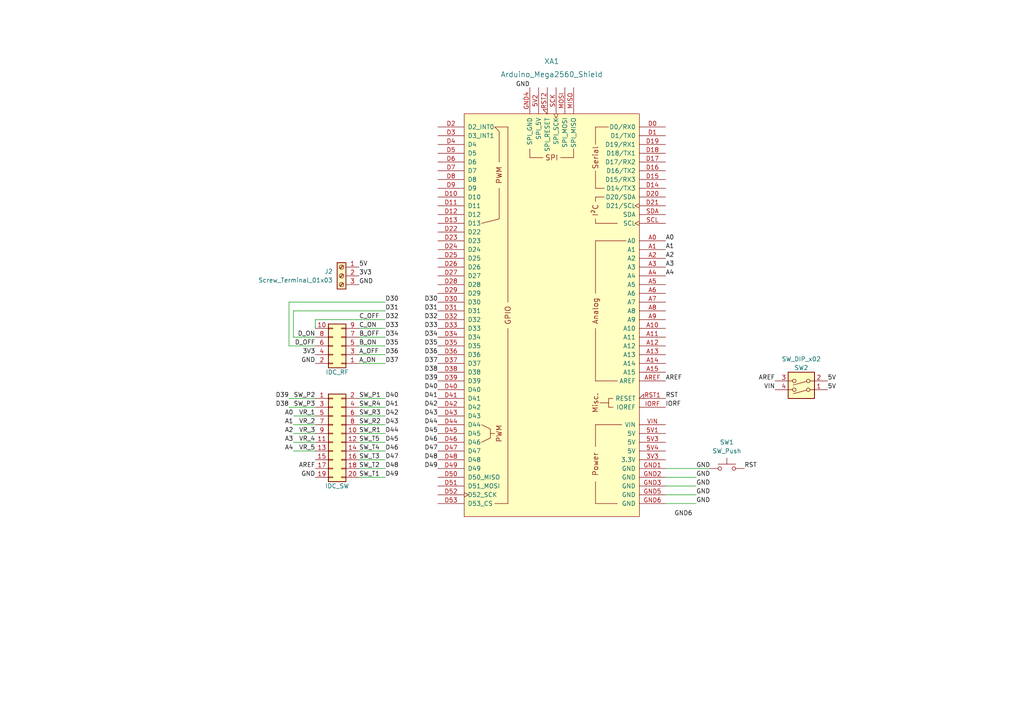
<source format=kicad_sch>
(kicad_sch (version 20230121) (generator eeschema)
  (paper "A4")
  (lib_symbols
    (symbol "Connector:Screw_Terminal_01x03" (pin_names (offset 1.016) hide)
      (property "Reference" "J" (at 0 5.08 0))
      (property "Value" "Screw_Terminal_01x03" (at 0 -5.08 0))
      (symbol "Screw_Terminal_01x03_1_1"
        (rectangle (start -1.27 3.81) (end 1.27 -3.81) (stroke (width 0.254)) (fill (type background)))
        (circle (center 0 -2.54) (radius 0.635) (stroke (width 0.1524)))
        (polyline (pts (xy -0.5334 -2.2098) (xy 0.3302 -3.048)) (stroke (width 0.1524)))
        (polyline (pts (xy -0.5334 0.3302) (xy 0.3302 -0.508)) (stroke (width 0.1524)))
        (polyline (pts (xy -0.5334 2.8702) (xy 0.3302 2.032)) (stroke (width 0.1524)))
        (polyline (pts (xy -0.3556 -2.032) (xy 0.508 -2.8702)) (stroke (width 0.1524)))
        (polyline (pts (xy -0.3556 0.508) (xy 0.508 -0.3302)) (stroke (width 0.1524)))
        (polyline (pts (xy -0.3556 3.048) (xy 0.508 2.2098)) (stroke (width 0.1524)))
        (circle (center 0 0) (radius 0.635) (stroke (width 0.1524)))
        (circle (center 0 2.54) (radius 0.635) (stroke (width 0.1524)))
        (pin passive line (at -5.08 2.54 0) (length 3.81) (name "Pin_1") (number "1"))
        (pin passive line (at -5.08 0 0) (length 3.81) (name "Pin_2") (number "2"))
        (pin passive line (at -5.08 -2.54 0) (length 3.81) (name "Pin_3") (number "3"))
      )
    )
    (symbol "Connector_Generic:Conn_02x05_Odd_Even" (pin_names (offset 1.016) hide)
      (property "Reference" "J" (at 1.27 7.62 0))
      (property "Value" "Conn_02x05_Odd_Even" (at 1.27 -7.62 0))
      (symbol "Conn_02x05_Odd_Even_1_1"
        (rectangle (start -1.27 -4.953) (end 0 -5.207) (stroke (width 0.1524)))
        (rectangle (start -1.27 -2.413) (end 0 -2.667) (stroke (width 0.1524)))
        (rectangle (start -1.27 0.127) (end 0 -0.127) (stroke (width 0.1524)))
        (rectangle (start -1.27 2.667) (end 0 2.413) (stroke (width 0.1524)))
        (rectangle (start -1.27 5.207) (end 0 4.953) (stroke (width 0.1524)))
        (rectangle (start -1.27 6.35) (end 3.81 -6.35) (stroke (width 0.254)) (fill (type background)))
        (rectangle (start 3.81 -4.953) (end 2.54 -5.207) (stroke (width 0.1524)))
        (rectangle (start 3.81 -2.413) (end 2.54 -2.667) (stroke (width 0.1524)))
        (rectangle (start 3.81 0.127) (end 2.54 -0.127) (stroke (width 0.1524)))
        (rectangle (start 3.81 2.667) (end 2.54 2.413) (stroke (width 0.1524)))
        (rectangle (start 3.81 5.207) (end 2.54 4.953) (stroke (width 0.1524)))
        (pin passive line (at -5.08 5.08 0) (length 3.81) (name "Pin_1") (number "1"))
        (pin passive line (at 7.62 -5.08 180) (length 3.81) (name "Pin_10") (number "10"))
        (pin passive line (at 7.62 5.08 180) (length 3.81) (name "Pin_2") (number "2"))
        (pin passive line (at -5.08 2.54 0) (length 3.81) (name "Pin_3") (number "3"))
        (pin passive line (at 7.62 2.54 180) (length 3.81) (name "Pin_4") (number "4"))
        (pin passive line (at -5.08 0 0) (length 3.81) (name "Pin_5") (number "5"))
        (pin passive line (at 7.62 0 180) (length 3.81) (name "Pin_6") (number "6"))
        (pin passive line (at -5.08 -2.54 0) (length 3.81) (name "Pin_7") (number "7"))
        (pin passive line (at 7.62 -2.54 180) (length 3.81) (name "Pin_8") (number "8"))
        (pin passive line (at -5.08 -5.08 0) (length 3.81) (name "Pin_9") (number "9"))
      )
    )
    (symbol "Connector_Generic:Conn_02x10_Odd_Even" (pin_names (offset 1.016) hide)
      (property "Reference" "J" (at 1.27 12.7 0))
      (property "Value" "Conn_02x10_Odd_Even" (at 1.27 -15.24 0))
      (symbol "Conn_02x10_Odd_Even_1_1"
        (rectangle (start -1.27 -12.573) (end 0 -12.827) (stroke (width 0.1524)))
        (rectangle (start -1.27 -10.033) (end 0 -10.287) (stroke (width 0.1524)))
        (rectangle (start -1.27 -7.493) (end 0 -7.747) (stroke (width 0.1524)))
        (rectangle (start -1.27 -4.953) (end 0 -5.207) (stroke (width 0.1524)))
        (rectangle (start -1.27 -2.413) (end 0 -2.667) (stroke (width 0.1524)))
        (rectangle (start -1.27 0.127) (end 0 -0.127) (stroke (width 0.1524)))
        (rectangle (start -1.27 2.667) (end 0 2.413) (stroke (width 0.1524)))
        (rectangle (start -1.27 5.207) (end 0 4.953) (stroke (width 0.1524)))
        (rectangle (start -1.27 7.747) (end 0 7.493) (stroke (width 0.1524)))
        (rectangle (start -1.27 10.287) (end 0 10.033) (stroke (width 0.1524)))
        (rectangle (start -1.27 11.43) (end 3.81 -13.97) (stroke (width 0.254)) (fill (type background)))
        (rectangle (start 3.81 -12.573) (end 2.54 -12.827) (stroke (width 0.1524)))
        (rectangle (start 3.81 -10.033) (end 2.54 -10.287) (stroke (width 0.1524)))
        (rectangle (start 3.81 -7.493) (end 2.54 -7.747) (stroke (width 0.1524)))
        (rectangle (start 3.81 -4.953) (end 2.54 -5.207) (stroke (width 0.1524)))
        (rectangle (start 3.81 -2.413) (end 2.54 -2.667) (stroke (width 0.1524)))
        (rectangle (start 3.81 0.127) (end 2.54 -0.127) (stroke (width 0.1524)))
        (rectangle (start 3.81 2.667) (end 2.54 2.413) (stroke (width 0.1524)))
        (rectangle (start 3.81 5.207) (end 2.54 4.953) (stroke (width 0.1524)))
        (rectangle (start 3.81 7.747) (end 2.54 7.493) (stroke (width 0.1524)))
        (rectangle (start 3.81 10.287) (end 2.54 10.033) (stroke (width 0.1524)))
        (pin passive line (at -5.08 10.16 0) (length 3.81) (name "Pin_1") (number "1"))
        (pin passive line (at 7.62 0 180) (length 3.81) (name "Pin_10") (number "10"))
        (pin passive line (at -5.08 -2.54 0) (length 3.81) (name "Pin_11") (number "11"))
        (pin passive line (at 7.62 -2.54 180) (length 3.81) (name "Pin_12") (number "12"))
        (pin passive line (at -5.08 -5.08 0) (length 3.81) (name "Pin_13") (number "13"))
        (pin passive line (at 7.62 -5.08 180) (length 3.81) (name "Pin_14") (number "14"))
        (pin passive line (at -5.08 -7.62 0) (length 3.81) (name "Pin_15") (number "15"))
        (pin passive line (at 7.62 -7.62 180) (length 3.81) (name "Pin_16") (number "16"))
        (pin passive line (at -5.08 -10.16 0) (length 3.81) (name "Pin_17") (number "17"))
        (pin passive line (at 7.62 -10.16 180) (length 3.81) (name "Pin_18") (number "18"))
        (pin passive line (at -5.08 -12.7 0) (length 3.81) (name "Pin_19") (number "19"))
        (pin passive line (at 7.62 10.16 180) (length 3.81) (name "Pin_2") (number "2"))
        (pin passive line (at 7.62 -12.7 180) (length 3.81) (name "Pin_20") (number "20"))
        (pin passive line (at -5.08 7.62 0) (length 3.81) (name "Pin_3") (number "3"))
        (pin passive line (at 7.62 7.62 180) (length 3.81) (name "Pin_4") (number "4"))
        (pin passive line (at -5.08 5.08 0) (length 3.81) (name "Pin_5") (number "5"))
        (pin passive line (at 7.62 5.08 180) (length 3.81) (name "Pin_6") (number "6"))
        (pin passive line (at -5.08 2.54 0) (length 3.81) (name "Pin_7") (number "7"))
        (pin passive line (at 7.62 2.54 180) (length 3.81) (name "Pin_8") (number "8"))
        (pin passive line (at -5.08 0 0) (length 3.81) (name "Pin_9") (number "9"))
      )
    )
    (symbol "PCM_arduino-library:Arduino_Mega2560_Shield" (pin_names (offset 1.016))
      (property "Reference" "XA" (at 0 -62.23 0))
      (property "Value" "Arduino_Mega2560_Shield" (at 0 -66.04 0))
      (symbol "Arduino_Mega2560_Shield_0_0"
        (rectangle (start -25.4 -58.42) (end 25.4 58.42) (fill (type background)))
        (rectangle (start -20.32 -31.75) (end -12.7 -31.75))
        (rectangle (start -19.05 -54.61) (end -12.7 -54.61))
        (rectangle (start -19.05 -19.05) (end -12.7 -19.05))
        (rectangle (start -19.05 26.67) (end -12.7 26.67))
        (rectangle (start -17.78 -26.67) (end -16.51 -26.67))
        (rectangle (start -17.78 -24.13) (end -16.51 -24.13))
        (rectangle (start -16.51 -25.4) (end -13.97 -25.4))
        (rectangle (start -16.51 -24.13) (end -16.51 -26.67))
        (rectangle (start -16.51 54.61) (end -12.7 54.61))
        (rectangle (start -15.24 34.29) (end -12.7 34.29))
        (rectangle (start -15.24 36.83) (end -12.7 36.83))
        (rectangle (start -12.7 -54.61) (end -12.7 -48.26))
        (rectangle (start -12.7 -31.75) (end -12.7 -38.1))
        (rectangle (start -12.7 26.67) (end -12.7 27.94))
        (rectangle (start -12.7 34.29) (end -12.7 33.02))
        (rectangle (start -12.7 41.91) (end -12.7 36.83))
        (rectangle (start -12.7 49.53) (end -12.7 54.61))
        (rectangle (start -6.35 48.26) (end -6.35 45.72))
        (rectangle (start -2.54 45.72) (end -6.35 45.72))
        (polyline (pts (xy -21.59 21.59) (xy -12.7 21.59)))
        (polyline (pts (xy -12.7 -19.05) (xy -12.7 -3.81)))
        (polyline (pts (xy -12.7 6.35) (xy -12.7 21.59)))
        (polyline (pts (xy 12.7 -54.61) (xy 16.51 -54.61)))
        (polyline (pts (xy 12.7 54.61) (xy 16.51 54.61)))
        (polyline (pts (xy 17.78 -34.29) (xy 16.51 -34.29)))
        (polyline (pts (xy 15.24 36.83) (xy 15.24 27.94) (xy 20.32 26.67)))
        (polyline (pts (xy 15.24 44.45) (xy 15.24 53.34) (xy 16.51 54.61)))
        (polyline (pts (xy 20.32 -31.75) (xy 17.78 -33.02) (xy 17.78 -35.56) (xy 20.32 -36.83)))
        (rectangle (start 6.35 45.72) (end 2.54 45.72))
        (rectangle (start 6.35 48.26) (end 6.35 45.72))
        (text "Analog" (at -12.7 1.27 900) (effects (font (size 1.524 1.524))))
        (text "I²C" (at -12.7 30.48 900) (effects (font (size 1.524 1.524))))
        (text "Misc." (at -12.7 -25.4 900) (effects (font (size 1.524 1.524))))
        (text "Power" (at -12.7 -43.18 900) (effects (font (size 1.524 1.524))))
        (text "PWM" (at 15.24 -34.29 900) (effects (font (size 1.524 1.524))))
        (text "PWM" (at 15.24 40.64 900) (effects (font (size 1.524 1.524))))
        (text "Serial" (at -12.7 45.72 900) (effects (font (size 1.524 1.524))))
        (text "SPI" (at 0 45.72 0) (effects (font (size 1.524 1.524))))
      )
      (symbol "Arduino_Mega2560_Shield_1_0"
        (rectangle (start 12.7 -54.61) (end 12.7 -3.81))
        (rectangle (start 12.7 54.61) (end 12.7 3.81))
        (text "GPIO" (at 12.7 0 900) (effects (font (size 1.524 1.524))))
      )
      (symbol "Arduino_Mega2560_Shield_1_1"
        (pin power_out line (at -33.02 -41.91 0) (length 7.62) (name "3.3V") (number "3V3"))
        (pin power_in line (at -33.02 -34.29 0) (length 7.62) (name "5V") (number "5V1"))
        (pin power_in line (at 3.81 66.04 270) (length 7.62) (name "SPI_5V") (number "5V2"))
        (pin power_in line (at -33.02 -36.83 0) (length 7.62) (name "5V") (number "5V3"))
        (pin power_in line (at -33.02 -39.37 0) (length 7.62) (name "5V") (number "5V4"))
        (pin bidirectional line (at -33.02 21.59 0) (length 7.62) (name "A0") (number "A0"))
        (pin bidirectional line (at -33.02 19.05 0) (length 7.62) (name "A1") (number "A1"))
        (pin bidirectional line (at -33.02 -3.81 0) (length 7.62) (name "A10") (number "A10"))
        (pin bidirectional line (at -33.02 -6.35 0) (length 7.62) (name "A11") (number "A11"))
        (pin bidirectional line (at -33.02 -8.89 0) (length 7.62) (name "A12") (number "A12"))
        (pin bidirectional line (at -33.02 -11.43 0) (length 7.62) (name "A13") (number "A13"))
        (pin bidirectional line (at -33.02 -13.97 0) (length 7.62) (name "A14") (number "A14"))
        (pin bidirectional line (at -33.02 -16.51 0) (length 7.62) (name "A15") (number "A15"))
        (pin bidirectional line (at -33.02 16.51 0) (length 7.62) (name "A2") (number "A2"))
        (pin bidirectional line (at -33.02 13.97 0) (length 7.62) (name "A3") (number "A3"))
        (pin bidirectional line (at -33.02 11.43 0) (length 7.62) (name "A4") (number "A4"))
        (pin bidirectional line (at -33.02 8.89 0) (length 7.62) (name "A5") (number "A5"))
        (pin bidirectional line (at -33.02 6.35 0) (length 7.62) (name "A6") (number "A6"))
        (pin bidirectional line (at -33.02 3.81 0) (length 7.62) (name "A7") (number "A7"))
        (pin bidirectional line (at -33.02 1.27 0) (length 7.62) (name "A8") (number "A8"))
        (pin bidirectional line (at -33.02 -1.27 0) (length 7.62) (name "A9") (number "A9"))
        (pin input line (at -33.02 -19.05 0) (length 7.62) (name "AREF") (number "AREF"))
        (pin bidirectional line (at -33.02 54.61 0) (length 7.62) (name "D0/RX0") (number "D0"))
        (pin bidirectional line (at -33.02 52.07 0) (length 7.62) (name "D1/TX0") (number "D1"))
        (pin bidirectional line (at 33.02 34.29 180) (length 7.62) (name "D10") (number "D10"))
        (pin bidirectional line (at 33.02 31.75 180) (length 7.62) (name "D11") (number "D11"))
        (pin bidirectional line (at 33.02 29.21 180) (length 7.62) (name "D12") (number "D12"))
        (pin bidirectional line (at 33.02 26.67 180) (length 7.62) (name "D13") (number "D13"))
        (pin bidirectional line (at -33.02 36.83 0) (length 7.62) (name "D14/TX3") (number "D14"))
        (pin bidirectional line (at -33.02 39.37 0) (length 7.62) (name "D15/RX3") (number "D15"))
        (pin bidirectional line (at -33.02 41.91 0) (length 7.62) (name "D16/TX2") (number "D16"))
        (pin bidirectional line (at -33.02 44.45 0) (length 7.62) (name "D17/RX2") (number "D17"))
        (pin bidirectional line (at -33.02 46.99 0) (length 7.62) (name "D18/TX1") (number "D18"))
        (pin bidirectional line (at -33.02 49.53 0) (length 7.62) (name "D19/RX1") (number "D19"))
        (pin bidirectional line (at 33.02 54.61 180) (length 7.62) (name "D2_INT0") (number "D2"))
        (pin bidirectional line (at -33.02 34.29 0) (length 7.62) (name "D20/SDA") (number "D20"))
        (pin bidirectional clock (at -33.02 31.75 0) (length 7.62) (name "D21/SCL") (number "D21"))
        (pin bidirectional line (at 33.02 24.13 180) (length 7.62) (name "D22") (number "D22"))
        (pin bidirectional line (at 33.02 21.59 180) (length 7.62) (name "D23") (number "D23"))
        (pin bidirectional line (at 33.02 19.05 180) (length 7.62) (name "D24") (number "D24"))
        (pin bidirectional line (at 33.02 16.51 180) (length 7.62) (name "D25") (number "D25"))
        (pin bidirectional line (at 33.02 13.97 180) (length 7.62) (name "D26") (number "D26"))
        (pin bidirectional line (at 33.02 11.43 180) (length 7.62) (name "D27") (number "D27"))
        (pin bidirectional line (at 33.02 8.89 180) (length 7.62) (name "D28") (number "D28"))
        (pin bidirectional line (at 33.02 6.35 180) (length 7.62) (name "D29") (number "D29"))
        (pin bidirectional line (at 33.02 52.07 180) (length 7.62) (name "D3_INT1") (number "D3"))
        (pin bidirectional line (at 33.02 3.81 180) (length 7.62) (name "D30") (number "D30"))
        (pin bidirectional line (at 33.02 1.27 180) (length 7.62) (name "D31") (number "D31"))
        (pin bidirectional line (at 33.02 -1.27 180) (length 7.62) (name "D32") (number "D32"))
        (pin bidirectional line (at 33.02 -3.81 180) (length 7.62) (name "D33") (number "D33"))
        (pin bidirectional line (at 33.02 -6.35 180) (length 7.62) (name "D34") (number "D34"))
        (pin bidirectional line (at 33.02 -8.89 180) (length 7.62) (name "D35") (number "D35"))
        (pin bidirectional line (at 33.02 -11.43 180) (length 7.62) (name "D36") (number "D36"))
        (pin bidirectional line (at 33.02 -13.97 180) (length 7.62) (name "D37") (number "D37"))
        (pin bidirectional line (at 33.02 -16.51 180) (length 7.62) (name "D38") (number "D38"))
        (pin bidirectional line (at 33.02 -19.05 180) (length 7.62) (name "D39") (number "D39"))
        (pin bidirectional line (at 33.02 49.53 180) (length 7.62) (name "D4") (number "D4"))
        (pin bidirectional line (at 33.02 -21.59 180) (length 7.62) (name "D40") (number "D40"))
        (pin bidirectional line (at 33.02 -24.13 180) (length 7.62) (name "D41") (number "D41"))
        (pin bidirectional line (at 33.02 -26.67 180) (length 7.62) (name "D42") (number "D42"))
        (pin bidirectional line (at 33.02 -29.21 180) (length 7.62) (name "D43") (number "D43"))
        (pin bidirectional line (at 33.02 -31.75 180) (length 7.62) (name "D44") (number "D44"))
        (pin bidirectional line (at 33.02 -34.29 180) (length 7.62) (name "D45") (number "D45"))
        (pin bidirectional line (at 33.02 -36.83 180) (length 7.62) (name "D46") (number "D46"))
        (pin bidirectional line (at 33.02 -39.37 180) (length 7.62) (name "D47") (number "D47"))
        (pin bidirectional line (at 33.02 -41.91 180) (length 7.62) (name "D48") (number "D48"))
        (pin bidirectional line (at 33.02 -44.45 180) (length 7.62) (name "D49") (number "D49"))
        (pin bidirectional line (at 33.02 46.99 180) (length 7.62) (name "D5") (number "D5"))
        (pin bidirectional line (at 33.02 -46.99 180) (length 7.62) (name "D50_MISO") (number "D50"))
        (pin bidirectional line (at 33.02 -49.53 180) (length 7.62) (name "D51_MOSI") (number "D51"))
        (pin bidirectional clock (at 33.02 -52.07 180) (length 7.62) (name "D52_SCK") (number "D52"))
        (pin bidirectional line (at 33.02 -54.61 180) (length 7.62) (name "D53_CS") (number "D53"))
        (pin bidirectional line (at 33.02 44.45 180) (length 7.62) (name "D6") (number "D6"))
        (pin bidirectional line (at 33.02 41.91 180) (length 7.62) (name "D7") (number "D7"))
        (pin bidirectional line (at 33.02 39.37 180) (length 7.62) (name "D8") (number "D8"))
        (pin bidirectional line (at 33.02 36.83 180) (length 7.62) (name "D9") (number "D9"))
        (pin power_in line (at -33.02 -44.45 0) (length 7.62) (name "GND") (number "GND1"))
        (pin power_in line (at -33.02 -46.99 0) (length 7.62) (name "GND") (number "GND2"))
        (pin power_in line (at -33.02 -49.53 0) (length 7.62) (name "GND") (number "GND3"))
        (pin power_in line (at 6.35 66.04 270) (length 7.62) (name "SPI_GND") (number "GND4"))
        (pin power_in line (at -33.02 -52.07 0) (length 7.62) (name "GND") (number "GND5"))
        (pin power_in line (at -33.02 -54.61 0) (length 7.62) (name "GND") (number "GND6"))
        (pin output line (at -33.02 -26.67 0) (length 7.62) (name "IOREF") (number "IORF"))
        (pin input line (at -6.35 66.04 270) (length 7.62) (name "SPI_MISO") (number "MISO"))
        (pin output line (at -3.81 66.04 270) (length 7.62) (name "SPI_MOSI") (number "MOSI"))
        (pin open_collector input_low (at -33.02 -24.13 0) (length 7.62) (name "RESET") (number "RST1"))
        (pin open_collector input_low (at 1.27 66.04 270) (length 7.62) (name "SPI_RESET") (number "RST2"))
        (pin output clock (at -1.27 66.04 270) (length 7.62) (name "SPI_SCK") (number "SCK"))
        (pin bidirectional clock (at -33.02 26.67 0) (length 7.62) (name "SCL") (number "SCL"))
        (pin bidirectional line (at -33.02 29.21 0) (length 7.62) (name "SDA") (number "SDA"))
        (pin power_in line (at -33.02 -31.75 0) (length 7.62) (name "VIN") (number "VIN"))
      )
    )
    (symbol "Switch:SW_DIP_x02" (pin_names (offset 0) hide)
      (property "Reference" "SW" (at 0 6.35 0))
      (property "Value" "SW_DIP_x02" (at 0 -3.81 0))
      (symbol "SW_DIP_x02_0_0"
        (circle (center -2.032 0) (radius 0.508))
        (circle (center -2.032 2.54) (radius 0.508))
        (polyline (pts (xy -1.524 0.127) (xy 2.3622 1.1684)))
        (polyline (pts (xy -1.524 2.667) (xy 2.3622 3.7084)))
        (circle (center 2.032 0) (radius 0.508))
        (circle (center 2.032 2.54) (radius 0.508))
      )
      (symbol "SW_DIP_x02_0_1"
        (rectangle (start -3.81 5.08) (end 3.81 -2.54) (stroke (width 0.254)) (fill (type background)))
      )
      (symbol "SW_DIP_x02_1_1"
        (pin passive line (at -7.62 2.54 0) (length 5.08) (name "~") (number "1"))
        (pin passive line (at -7.62 0 0) (length 5.08) (name "~") (number "2"))
        (pin passive line (at 7.62 0 180) (length 5.08) (name "~") (number "3"))
        (pin passive line (at 7.62 2.54 180) (length 5.08) (name "~") (number "4"))
      )
    )
    (symbol "Switch:SW_Push" (pin_numbers hide) (pin_names (offset 1.016) hide)
      (property "Reference" "SW" (at 1.27 2.54 0))
      (property "Value" "SW_Push" (at 0 -1.524 0))
      (symbol "SW_Push_0_1"
        (circle (center -2.032 0) (radius 0.508))
        (polyline (pts (xy 0 1.27) (xy 0 3.048)))
        (polyline (pts (xy 2.54 1.27) (xy -2.54 1.27)))
        (circle (center 2.032 0) (radius 0.508))
        (pin passive line (at -5.08 0 0) (length 2.54) (name "1") (number "1"))
        (pin passive line (at 5.08 0 180) (length 2.54) (name "2") (number "2"))
      )
    )
  )
  (wire (pts (xy 104.14 120.65) (xy 111.76 120.65)))
  (wire (pts (xy 201.93 138.43) (xy 193.04 138.43)))
  (wire (pts (xy 104.14 128.27) (xy 111.76 128.27)))
  (wire (pts (xy 85.09 97.79) (xy 91.44 97.79)))
  (wire (pts (xy 201.93 143.51) (xy 193.04 143.51)))
  (wire (pts (xy 104.14 135.89) (xy 111.76 135.89)))
  (wire (pts (xy 85.09 120.65) (xy 91.44 120.65)))
  (wire (pts (xy 104.14 133.35) (xy 111.76 133.35)))
  (wire (pts (xy 83.82 115.57) (xy 91.44 115.57)))
  (wire (pts (xy 104.14 123.19) (xy 111.76 123.19)))
  (wire (pts (xy 111.76 90.17) (xy 85.09 90.17)))
  (wire (pts (xy 193.04 135.89) (xy 205.74 135.89)))
  (wire (pts (xy 104.14 115.57) (xy 111.76 115.57)))
  (wire (pts (xy 104.14 118.11) (xy 111.76 118.11)))
  (wire (pts (xy 104.14 95.25) (xy 111.76 95.25)))
  (wire (pts (xy 104.14 97.79) (xy 111.76 97.79)))
  (wire (pts (xy 91.44 92.71) (xy 111.76 92.71)))
  (wire (pts (xy 85.09 125.73) (xy 91.44 125.73)))
  (wire (pts (xy 83.82 87.63) (xy 83.82 100.33)))
  (wire (pts (xy 85.09 130.81) (xy 91.44 130.81)))
  (wire (pts (xy 201.93 146.05) (xy 193.04 146.05)))
  (wire (pts (xy 104.14 138.43) (xy 111.76 138.43)))
  (wire (pts (xy 104.14 130.81) (xy 111.76 130.81)))
  (wire (pts (xy 201.93 140.97) (xy 193.04 140.97)))
  (wire (pts (xy 83.82 100.33) (xy 91.44 100.33)))
  (wire (pts (xy 85.09 123.19) (xy 91.44 123.19)))
  (wire (pts (xy 104.14 102.87) (xy 111.76 102.87)))
  (wire (pts (xy 111.76 87.63) (xy 83.82 87.63)))
  (wire (pts (xy 85.09 90.17) (xy 85.09 97.79)))
  (wire (pts (xy 85.09 128.27) (xy 91.44 128.27)))
  (wire (pts (xy 104.14 105.41) (xy 111.76 105.41)))
  (wire (pts (xy 83.82 118.11) (xy 91.44 118.11)))
  (wire (pts (xy 91.44 95.25) (xy 91.44 92.71)))
  (wire (pts (xy 104.14 125.73) (xy 111.76 125.73)))
  (wire (pts (xy 104.14 100.33) (xy 111.76 100.33)))
  (label "5V" (at 104.14 77.47 0))
  (label "D34" (at 111.76 97.79 0))
  (label "A0" (at 193.04 69.85 0))
  (label "SW_P3" (at 91.44 118.11 180))
  (label "C_OFF" (at 104.14 92.71 0))
  (label "SW_T5" (at 104.14 128.27 0))
  (label "A4" (at 193.04 80.01 0))
  (label "GND" (at 201.93 143.51 0))
  (label "VR_5" (at 91.44 130.81 180))
  (label "A2" (at 193.04 74.93 0))
  (label "D38" (at 83.82 118.11 180))
  (label "D37" (at 127 105.41 180))
  (label "A_OFF" (at 104.14 102.87 0))
  (label "D49" (at 111.76 138.43 0))
  (label "D48" (at 127 133.35 180))
  (label "D31" (at 127 90.17 180))
  (label "D42" (at 127 118.11 180))
  (label "C_ON" (at 104.14 95.25 0))
  (label "D30" (at 111.76 87.63 0))
  (label "VR_1" (at 91.44 120.65 180))
  (label "D34" (at 127 97.79 180))
  (label "D44" (at 111.76 125.73 0))
  (label "AREF" (at 193.04 110.49 0))
  (label "RST" (at 215.9 135.89 0))
  (label "GND" (at 91.44 138.43 180))
  (label "D46" (at 127 128.27 180))
  (label "D_OFF" (at 91.44 100.33 180))
  (label "VIN" (at 224.79 113.03 180))
  (label "D31" (at 111.76 90.17 0))
  (label "SW_R2" (at 104.14 123.19 0))
  (label "D32" (at 111.76 92.71 0))
  (label "D42" (at 111.76 120.65 0))
  (label "GND" (at 104.14 82.55 0))
  (label "VR_4" (at 91.44 128.27 180))
  (label "D48" (at 111.76 135.89 0))
  (label "A1" (at 85.09 123.19 180))
  (label "VR_3" (at 91.44 125.73 180))
  (label "SW_T2" (at 104.14 135.89 0))
  (label "AREF" (at 91.44 135.89 180))
  (label "D43" (at 111.76 123.19 0))
  (label "GND" (at 201.93 146.05 0))
  (label "A4" (at 85.09 130.81 180))
  (label "GND" (at 91.44 105.41 180))
  (label "SW_R4" (at 104.14 118.11 0))
  (label "D40" (at 127 113.03 180))
  (label "VR_2" (at 91.44 123.19 180))
  (label "D41" (at 127 115.57 180))
  (label "D35" (at 127 100.33 180))
  (label "D45" (at 127 125.73 180))
  (label "IORF" (at 193.04 118.11 0))
  (label "SW_T4" (at 104.14 130.81 0))
  (label "D47" (at 127 130.81 180))
  (label "D36" (at 111.76 102.87 0))
  (label "SW_P2" (at 91.44 115.57 180))
  (label "B_ON" (at 104.14 100.33 0))
  (label "A1" (at 193.04 72.39 0))
  (label "SW_R3" (at 104.14 120.65 0))
  (label "SW_T3" (at 104.14 133.35 0))
  (label "A0" (at 85.09 120.65 180))
  (label "SW_T1" (at 104.14 138.43 0))
  (label "D33" (at 111.76 95.25 0))
  (label "GND" (at 201.93 140.97 0))
  (label "3V3" (at 104.14 80.01 0))
  (label "B_OFF" (at 104.14 97.79 0))
  (label "A_ON" (at 104.14 105.41 0))
  (label "SW_P1" (at 104.14 115.57 0))
  (label "D37" (at 111.76 105.41 0))
  (label "D45" (at 111.76 128.27 0))
  (label "5V" (at 240.03 110.49 0))
  (label "D33" (at 127 95.25 180))
  (label "D30" (at 127 87.63 180))
  (label "5V" (at 240.03 113.03 0))
  (label "D38" (at 127 107.95 180))
  (label "D35" (at 111.76 100.33 0))
  (label "GND6" (at 195.58 149.86 0))
  (label "D44" (at 127 123.19 180))
  (label "3V3" (at 91.44 102.87 180))
  (label "RST" (at 193.04 115.57 0))
  (label "A2" (at 85.09 125.73 180))
  (label "D36" (at 127 102.87 180))
  (label "AREF" (at 224.79 110.49 180))
  (label "D39" (at 127 110.49 180))
  (label "A3" (at 193.04 77.47 0))
  (label "D40" (at 111.76 115.57 0))
  (label "D46" (at 111.76 130.81 0))
  (label "D41" (at 111.76 118.11 0))
  (label "D_ON" (at 91.44 97.79 180))
  (label "A3" (at 85.09 128.27 180))
  (label "GND" (at 201.93 138.43 0))
  (label "D47" (at 111.76 133.35 0))
  (label "D39" (at 83.82 115.57 180))
  (label "D32" (at 127 92.71 180))
  (label "GND" (at 201.93 135.89 0))
  (label "GND" (at 153.67 25.4 180))
  (label "D43" (at 127 120.65 180))
  (label "D49" (at 127 135.89 180))
  (label "SW_R1" (at 104.14 125.73 0))
  (symbol (lib_id "Connector:Screw_Terminal_01x03") (at 99.06 80.01 0) (mirror y) (unit 1)
    (property "Reference" "J2" (at 96.52 78.74 0) (effects (justify left)))
    (property "Value" "Screw_Terminal_01x03" (at 96.52 81.28 0) (effects (justify left)))
    (property "Footprint" "TerminalBlock:TerminalBlock_bornier-3_P5.08mm" (effects hide))
  )
  (symbol (lib_id "Connector_Generic:Conn_02x05_Odd_Even") (at 99.06 100.33 180) (unit 1)
    (property "Reference" "J3" (effects hide))
    (property "Value" "IDC_RF" (at 97.79 107.95 0))
    (property "Footprint" "Connector_IDC:IDC-Header_2x05_P2.54mm_Vertical" (effects hide))
  )
  (symbol (lib_id "Switch:SW_Push") (at 210.82 135.89 0) (unit 1)
    (property "Reference" "SW1" (at 210.82 128.27 0))
    (property "Value" "SW_Push" (at 210.82 130.81 0))
    (property "Footprint" "Button_Switch_THT:SW_PUSH_6mm_H5mm" (effects hide))
  )
  (symbol (lib_id "Switch:SW_DIP_x02") (at 232.41 110.49 180) (unit 1)
    (property "Reference" "SW2" (at 232.41 106.68 0))
    (property "Value" "SW_DIP_x02" (at 232.41 104.14 0))
    (property "Footprint" "Button_Switch_THT:SW_DIP_SPSTx02_Slide_9.78x7.26mm_W7.62mm_P2.54mm" (effects hide))
  )
  (symbol (lib_id "Connector_Generic:Conn_02x10_Odd_Even") (at 96.52 125.73 0) (unit 1)
    (property "Reference" "J1" (effects hide))
    (property "Value" "IDC_SW" (at 97.79 140.97 0))
    (property "Footprint" "Connector_IDC:IDC-Header_2x10_P2.54mm_Vertical" (effects hide))
  )
  (symbol (lib_id "PCM_arduino-library:Arduino_Mega2560_Shield") (at 160.02 91.44 0) (mirror y) (unit 1)
    (property "Reference" "XA1" (at 160.02 17.78 0) (effects (font (size 1.524 1.524))))
    (property "Value" "Arduino_Mega2560_Shield" (at 160.02 21.59 0) (effects (font (size 1.524 1.524))))
    (property "Footprint" "PCM_arduino-library:Arduino_Mega2560_Shield" (effects hide))
    (property "Datasheet" "https://docs.arduino.cc/hardware/mega-2560" (effects hide))
  )
)
</source>
